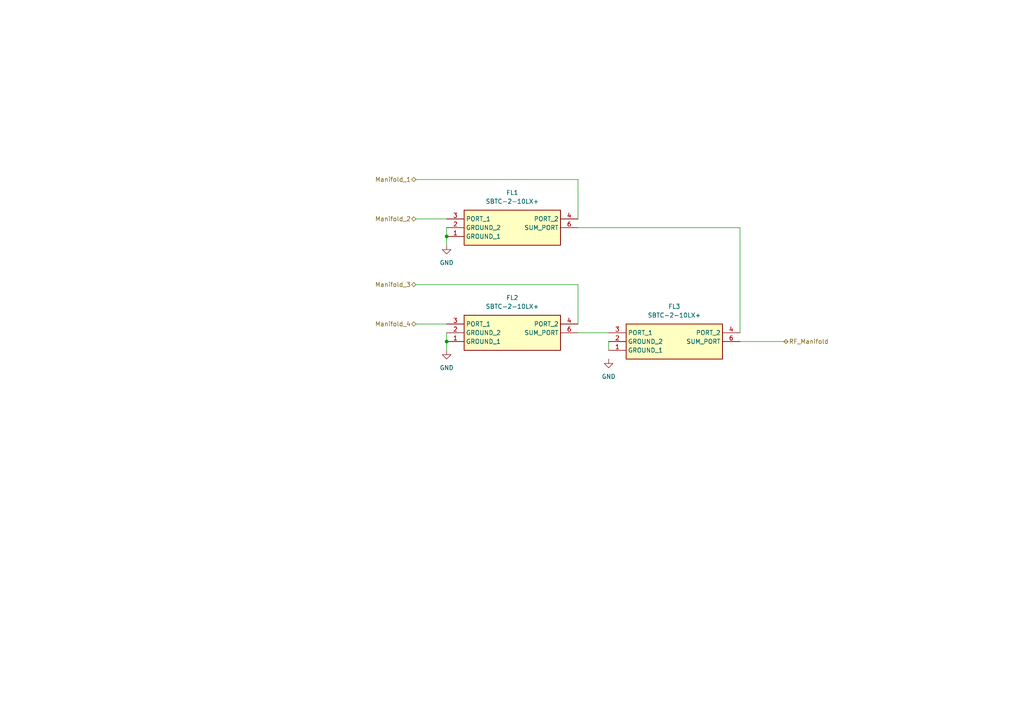
<source format=kicad_sch>
(kicad_sch (version 20230121) (generator eeschema)
  (paper "A4")
  (lib_symbols
    (symbol "Comms_system_parts:SBTC-2-10LX+"
      (property "Reference" "FL" (at 34.29 7.62 0))
      (property "Value" "SBTC-2-10LX+" (at 34.29 5.08 0))
      (symbol "SBTC-2-10LX+_1_1"
        (rectangle (start 5.08 2.54) (end 33.02 -7.62) (stroke (width 0.254)) (fill (type background)))
        (pin passive line (at 0 -5.08 0) (length 5.08) (name "GROUND_1") (number "1"))
        (pin passive line (at 0 -2.54 0) (length 5.08) (name "GROUND_2") (number "2"))
        (pin passive line (at 0 0 0) (length 5.08) (name "PORT_1") (number "3"))
        (pin passive line (at 38.1 0 180) (length 5.08) (name "PORT_2") (number "4"))
        (pin passive line (at 38.1 -2.54 180) (length 5.08) (name "SUM_PORT") (number "6"))
      )
    )
    (symbol "power:GND" (power) (pin_names (offset 0))
      (property "Value" "GND" (at 0 -3.81 0))
      (symbol "GND_0_1"
        (polyline (pts (xy 0 0) (xy 0 -1.27) (xy 1.27 -1.27) (xy 0 -2.54) (xy -1.27 -1.27) (xy 0 -1.27)))
      )
      (symbol "GND_1_1"
        (pin power_in line (at 0 0 270) (length 0) hide (name "GND") (number "1"))
      )
    )
  )
  (junction (at 129.54 68.58))
  (junction (at 129.54 99.06))
  (wire (pts (xy 120.65 63.5) (xy 129.54 63.5)))
  (wire (pts (xy 214.63 66.04) (xy 167.64 66.04)))
  (wire (pts (xy 120.65 93.98) (xy 129.54 93.98)))
  (wire (pts (xy 129.54 99.06) (xy 129.54 101.6)))
  (wire (pts (xy 129.54 96.52) (xy 129.54 99.06)))
  (wire (pts (xy 129.54 66.04) (xy 129.54 68.58)))
  (wire (pts (xy 176.53 99.06) (xy 176.53 101.6)))
  (wire (pts (xy 120.65 52.07) (xy 167.64 52.07)))
  (wire (pts (xy 214.63 99.06) (xy 228.6 99.06)))
  (wire (pts (xy 167.64 93.98) (xy 167.64 82.55)))
  (wire (pts (xy 167.64 63.5) (xy 167.64 52.07)))
  (wire (pts (xy 214.63 96.52) (xy 214.63 66.04)))
  (wire (pts (xy 129.54 68.58) (xy 129.54 71.12)))
  (wire (pts (xy 120.65 82.55) (xy 167.64 82.55)))
  (wire (pts (xy 167.64 96.52) (xy 176.53 96.52)))
  (hierarchical_label "Manifold_2" (shape bidirectional) (at 120.65 63.5 180))
  (hierarchical_label "Manifold_3" (shape bidirectional) (at 120.65 82.55 180))
  (hierarchical_label "Manifold_1" (shape bidirectional) (at 120.65 52.07 180))
  (hierarchical_label "RF_Manifold" (shape bidirectional) (at 227.33 99.06 0))
  (hierarchical_label "Manifold_4" (shape bidirectional) (at 120.65 93.98 180))
  (symbol (lib_id "power:GND") (at 176.53 104.14 0) (unit 1)
    (property "Reference" "#PWR050" (effects hide))
    (property "Value" "GND" (at 176.53 109.22 0))
  )
  (symbol (lib_id "Comms_system_parts:SBTC-2-10LX+") (at 129.54 63.5 0) (unit 1)
    (property "Reference" "FL1" (at 148.59 55.88 0))
    (property "Value" "SBTC-2-10LX+" (at 148.59 58.42 0))
    (property "Footprint" "comms_system_footprints:SBTC210LX" (effects hide))
    (property "Datasheet" "https://www.minicircuits.com/pdfs/SBTC-2-10LX+.pdf" (effects hide))
    (property "Height" "3.94" (effects hide))
    (property "Manufacturer_Name" "Mini-Circuits" (effects hide))
    (property "Manufacturer_Part_Number" "SBTC-2-10LX+" (effects hide))
    (property "Mouser Part Number" "139-SBTC-2-10LX" (effects hide))
    (property "Mouser Price/Stock" "https://www.mouser.co.uk/ProductDetail/Mini-Circuits/SBTC-2-10LX%2b?qs=xZ%2FP%252Ba9zWqaoMOWomXXHUg%3D%3D" (effects hide))
  )
  (symbol (lib_id "Comms_system_parts:SBTC-2-10LX+") (at 176.53 96.52 0) (unit 1)
    (property "Reference" "FL3" (at 195.58 88.9 0))
    (property "Value" "SBTC-2-10LX+" (at 195.58 91.44 0))
    (property "Footprint" "comms_system_footprints:SBTC210LX" (effects hide))
    (property "Datasheet" "https://www.minicircuits.com/pdfs/SBTC-2-10LX+.pdf" (effects hide))
    (property "Height" "3.94" (effects hide))
    (property "Manufacturer_Name" "Mini-Circuits" (effects hide))
    (property "Manufacturer_Part_Number" "SBTC-2-10LX+" (effects hide))
    (property "Mouser Part Number" "139-SBTC-2-10LX" (effects hide))
    (property "Mouser Price/Stock" "https://www.mouser.co.uk/ProductDetail/Mini-Circuits/SBTC-2-10LX%2b?qs=xZ%2FP%252Ba9zWqaoMOWomXXHUg%3D%3D" (effects hide))
  )
  (symbol (lib_id "power:GND") (at 129.54 71.12 0) (unit 1)
    (property "Reference" "#PWR048" (effects hide))
    (property "Value" "GND" (at 129.54 76.2 0))
  )
  (symbol (lib_id "power:GND") (at 129.54 101.6 0) (unit 1)
    (property "Reference" "#PWR049" (effects hide))
    (property "Value" "GND" (at 129.54 106.68 0))
  )
  (symbol (lib_id "Comms_system_parts:SBTC-2-10LX+") (at 129.54 93.98 0) (unit 1)
    (property "Reference" "FL2" (at 148.59 86.36 0))
    (property "Value" "SBTC-2-10LX+" (at 148.59 88.9 0))
    (property "Footprint" "comms_system_footprints:SBTC210LX" (effects hide))
    (property "Datasheet" "https://www.minicircuits.com/pdfs/SBTC-2-10LX+.pdf" (effects hide))
    (property "Height" "3.94" (effects hide))
    (property "Manufacturer_Name" "Mini-Circuits" (effects hide))
    (property "Manufacturer_Part_Number" "SBTC-2-10LX+" (effects hide))
    (property "Mouser Part Number" "139-SBTC-2-10LX" (effects hide))
    (property "Mouser Price/Stock" "https://www.mouser.co.uk/ProductDetail/Mini-Circuits/SBTC-2-10LX%2b?qs=xZ%2FP%252Ba9zWqaoMOWomXXHUg%3D%3D" (effects hide))
  )
)
</source>
